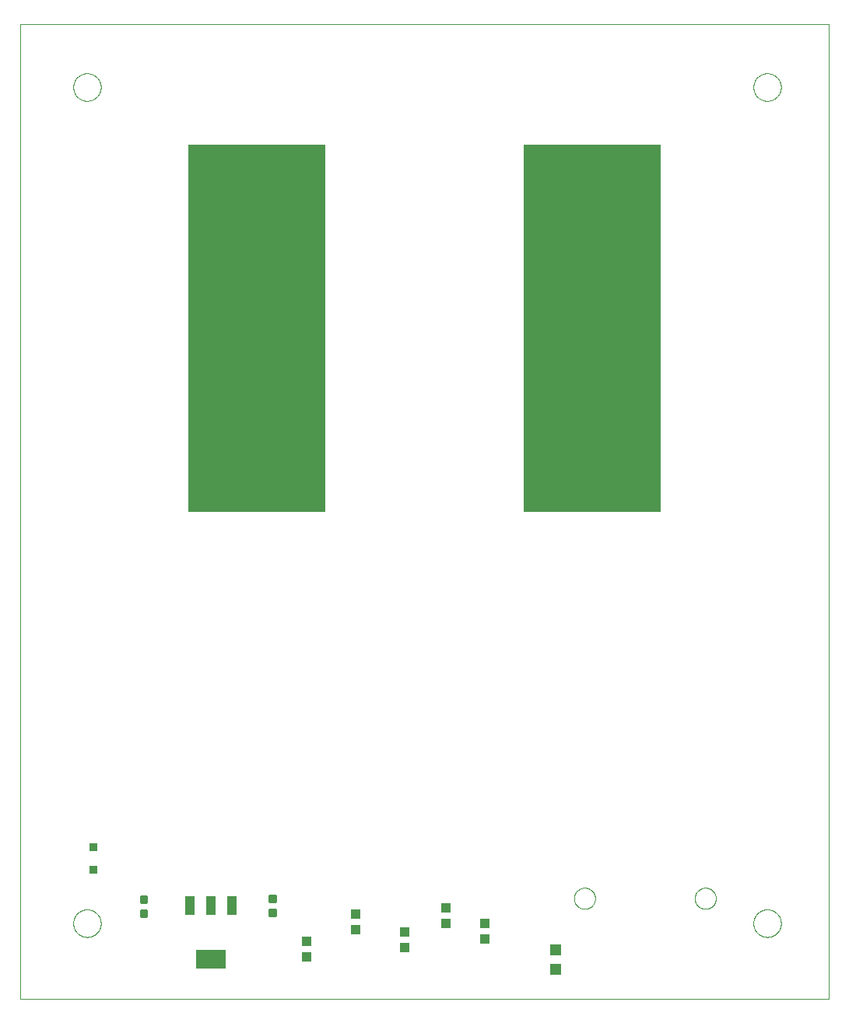
<source format=gtp>
G04 EAGLE Gerber RS-274X export*
G75*
%MOMM*%
%FSLAX34Y34*%
%LPD*%
%INSolder paste top*%
%IPPOS*%
%AMOC8*
5,1,8,0,0,1.08239X$1,22.5*%
G01*
%ADD10C,0.001000*%
%ADD11R,1.100000X1.000000*%
%ADD12C,0.000000*%
%ADD13R,0.900000X0.900000*%
%ADD14C,0.222250*%
%ADD15R,15.000000X40.000000*%
%ADD16R,1.200000X1.200000*%
%ADD17R,1.000000X2.150000*%
%ADD18R,3.250000X2.150000*%


D10*
X12286Y7998D02*
X892286Y7998D01*
X892286Y1068368D01*
X12286Y1068368D01*
X12286Y7998D01*
D11*
X518100Y90250D03*
X518100Y73250D03*
X377375Y100250D03*
X377375Y83250D03*
X430950Y80250D03*
X430950Y63250D03*
X323800Y53250D03*
X323800Y70250D03*
X475475Y106750D03*
X475475Y89750D03*
D12*
X614800Y117099D02*
X614803Y117381D01*
X614814Y117663D01*
X614831Y117945D01*
X614855Y118226D01*
X614886Y118507D01*
X614924Y118786D01*
X614969Y119065D01*
X615021Y119343D01*
X615079Y119619D01*
X615145Y119893D01*
X615217Y120166D01*
X615295Y120437D01*
X615380Y120706D01*
X615472Y120973D01*
X615571Y121238D01*
X615675Y121500D01*
X615787Y121759D01*
X615904Y122016D01*
X616028Y122270D01*
X616158Y122520D01*
X616294Y122767D01*
X616436Y123011D01*
X616584Y123251D01*
X616738Y123488D01*
X616898Y123721D01*
X617063Y123950D01*
X617234Y124174D01*
X617410Y124395D01*
X617592Y124610D01*
X617779Y124822D01*
X617971Y125029D01*
X618168Y125231D01*
X618370Y125428D01*
X618577Y125620D01*
X618789Y125807D01*
X619004Y125989D01*
X619225Y126165D01*
X619449Y126336D01*
X619678Y126501D01*
X619911Y126661D01*
X620148Y126815D01*
X620388Y126963D01*
X620632Y127105D01*
X620879Y127241D01*
X621129Y127371D01*
X621383Y127495D01*
X621640Y127612D01*
X621899Y127724D01*
X622161Y127828D01*
X622426Y127927D01*
X622693Y128019D01*
X622962Y128104D01*
X623233Y128182D01*
X623506Y128254D01*
X623780Y128320D01*
X624056Y128378D01*
X624334Y128430D01*
X624613Y128475D01*
X624892Y128513D01*
X625173Y128544D01*
X625454Y128568D01*
X625736Y128585D01*
X626018Y128596D01*
X626300Y128599D01*
X626582Y128596D01*
X626864Y128585D01*
X627146Y128568D01*
X627427Y128544D01*
X627708Y128513D01*
X627987Y128475D01*
X628266Y128430D01*
X628544Y128378D01*
X628820Y128320D01*
X629094Y128254D01*
X629367Y128182D01*
X629638Y128104D01*
X629907Y128019D01*
X630174Y127927D01*
X630439Y127828D01*
X630701Y127724D01*
X630960Y127612D01*
X631217Y127495D01*
X631471Y127371D01*
X631721Y127241D01*
X631968Y127105D01*
X632212Y126963D01*
X632452Y126815D01*
X632689Y126661D01*
X632922Y126501D01*
X633151Y126336D01*
X633375Y126165D01*
X633596Y125989D01*
X633811Y125807D01*
X634023Y125620D01*
X634230Y125428D01*
X634432Y125231D01*
X634629Y125029D01*
X634821Y124822D01*
X635008Y124610D01*
X635190Y124395D01*
X635366Y124174D01*
X635537Y123950D01*
X635702Y123721D01*
X635862Y123488D01*
X636016Y123251D01*
X636164Y123011D01*
X636306Y122767D01*
X636442Y122520D01*
X636572Y122270D01*
X636696Y122016D01*
X636813Y121759D01*
X636925Y121500D01*
X637029Y121238D01*
X637128Y120973D01*
X637220Y120706D01*
X637305Y120437D01*
X637383Y120166D01*
X637455Y119893D01*
X637521Y119619D01*
X637579Y119343D01*
X637631Y119065D01*
X637676Y118786D01*
X637714Y118507D01*
X637745Y118226D01*
X637769Y117945D01*
X637786Y117663D01*
X637797Y117381D01*
X637800Y117099D01*
X637797Y116817D01*
X637786Y116535D01*
X637769Y116253D01*
X637745Y115972D01*
X637714Y115691D01*
X637676Y115412D01*
X637631Y115133D01*
X637579Y114855D01*
X637521Y114579D01*
X637455Y114305D01*
X637383Y114032D01*
X637305Y113761D01*
X637220Y113492D01*
X637128Y113225D01*
X637029Y112960D01*
X636925Y112698D01*
X636813Y112439D01*
X636696Y112182D01*
X636572Y111928D01*
X636442Y111678D01*
X636306Y111431D01*
X636164Y111187D01*
X636016Y110947D01*
X635862Y110710D01*
X635702Y110477D01*
X635537Y110248D01*
X635366Y110024D01*
X635190Y109803D01*
X635008Y109588D01*
X634821Y109376D01*
X634629Y109169D01*
X634432Y108967D01*
X634230Y108770D01*
X634023Y108578D01*
X633811Y108391D01*
X633596Y108209D01*
X633375Y108033D01*
X633151Y107862D01*
X632922Y107697D01*
X632689Y107537D01*
X632452Y107383D01*
X632212Y107235D01*
X631968Y107093D01*
X631721Y106957D01*
X631471Y106827D01*
X631217Y106703D01*
X630960Y106586D01*
X630701Y106474D01*
X630439Y106370D01*
X630174Y106271D01*
X629907Y106179D01*
X629638Y106094D01*
X629367Y106016D01*
X629094Y105944D01*
X628820Y105878D01*
X628544Y105820D01*
X628266Y105768D01*
X627987Y105723D01*
X627708Y105685D01*
X627427Y105654D01*
X627146Y105630D01*
X626864Y105613D01*
X626582Y105602D01*
X626300Y105599D01*
X626018Y105602D01*
X625736Y105613D01*
X625454Y105630D01*
X625173Y105654D01*
X624892Y105685D01*
X624613Y105723D01*
X624334Y105768D01*
X624056Y105820D01*
X623780Y105878D01*
X623506Y105944D01*
X623233Y106016D01*
X622962Y106094D01*
X622693Y106179D01*
X622426Y106271D01*
X622161Y106370D01*
X621899Y106474D01*
X621640Y106586D01*
X621383Y106703D01*
X621129Y106827D01*
X620879Y106957D01*
X620632Y107093D01*
X620388Y107235D01*
X620148Y107383D01*
X619911Y107537D01*
X619678Y107697D01*
X619449Y107862D01*
X619225Y108033D01*
X619004Y108209D01*
X618789Y108391D01*
X618577Y108578D01*
X618370Y108770D01*
X618168Y108967D01*
X617971Y109169D01*
X617779Y109376D01*
X617592Y109588D01*
X617410Y109803D01*
X617234Y110024D01*
X617063Y110248D01*
X616898Y110477D01*
X616738Y110710D01*
X616584Y110947D01*
X616436Y111187D01*
X616294Y111431D01*
X616158Y111678D01*
X616028Y111928D01*
X615904Y112182D01*
X615787Y112439D01*
X615675Y112698D01*
X615571Y112960D01*
X615472Y113225D01*
X615380Y113492D01*
X615295Y113761D01*
X615217Y114032D01*
X615145Y114305D01*
X615079Y114579D01*
X615021Y114855D01*
X614969Y115133D01*
X614924Y115412D01*
X614886Y115691D01*
X614855Y115972D01*
X614831Y116253D01*
X614814Y116535D01*
X614803Y116817D01*
X614800Y117099D01*
X746200Y117099D02*
X746203Y117381D01*
X746214Y117663D01*
X746231Y117945D01*
X746255Y118226D01*
X746286Y118507D01*
X746324Y118786D01*
X746369Y119065D01*
X746421Y119343D01*
X746479Y119619D01*
X746545Y119893D01*
X746617Y120166D01*
X746695Y120437D01*
X746780Y120706D01*
X746872Y120973D01*
X746971Y121238D01*
X747075Y121500D01*
X747187Y121759D01*
X747304Y122016D01*
X747428Y122270D01*
X747558Y122520D01*
X747694Y122767D01*
X747836Y123011D01*
X747984Y123251D01*
X748138Y123488D01*
X748298Y123721D01*
X748463Y123950D01*
X748634Y124174D01*
X748810Y124395D01*
X748992Y124610D01*
X749179Y124822D01*
X749371Y125029D01*
X749568Y125231D01*
X749770Y125428D01*
X749977Y125620D01*
X750189Y125807D01*
X750404Y125989D01*
X750625Y126165D01*
X750849Y126336D01*
X751078Y126501D01*
X751311Y126661D01*
X751548Y126815D01*
X751788Y126963D01*
X752032Y127105D01*
X752279Y127241D01*
X752529Y127371D01*
X752783Y127495D01*
X753040Y127612D01*
X753299Y127724D01*
X753561Y127828D01*
X753826Y127927D01*
X754093Y128019D01*
X754362Y128104D01*
X754633Y128182D01*
X754906Y128254D01*
X755180Y128320D01*
X755456Y128378D01*
X755734Y128430D01*
X756013Y128475D01*
X756292Y128513D01*
X756573Y128544D01*
X756854Y128568D01*
X757136Y128585D01*
X757418Y128596D01*
X757700Y128599D01*
X757982Y128596D01*
X758264Y128585D01*
X758546Y128568D01*
X758827Y128544D01*
X759108Y128513D01*
X759387Y128475D01*
X759666Y128430D01*
X759944Y128378D01*
X760220Y128320D01*
X760494Y128254D01*
X760767Y128182D01*
X761038Y128104D01*
X761307Y128019D01*
X761574Y127927D01*
X761839Y127828D01*
X762101Y127724D01*
X762360Y127612D01*
X762617Y127495D01*
X762871Y127371D01*
X763121Y127241D01*
X763368Y127105D01*
X763612Y126963D01*
X763852Y126815D01*
X764089Y126661D01*
X764322Y126501D01*
X764551Y126336D01*
X764775Y126165D01*
X764996Y125989D01*
X765211Y125807D01*
X765423Y125620D01*
X765630Y125428D01*
X765832Y125231D01*
X766029Y125029D01*
X766221Y124822D01*
X766408Y124610D01*
X766590Y124395D01*
X766766Y124174D01*
X766937Y123950D01*
X767102Y123721D01*
X767262Y123488D01*
X767416Y123251D01*
X767564Y123011D01*
X767706Y122767D01*
X767842Y122520D01*
X767972Y122270D01*
X768096Y122016D01*
X768213Y121759D01*
X768325Y121500D01*
X768429Y121238D01*
X768528Y120973D01*
X768620Y120706D01*
X768705Y120437D01*
X768783Y120166D01*
X768855Y119893D01*
X768921Y119619D01*
X768979Y119343D01*
X769031Y119065D01*
X769076Y118786D01*
X769114Y118507D01*
X769145Y118226D01*
X769169Y117945D01*
X769186Y117663D01*
X769197Y117381D01*
X769200Y117099D01*
X769197Y116817D01*
X769186Y116535D01*
X769169Y116253D01*
X769145Y115972D01*
X769114Y115691D01*
X769076Y115412D01*
X769031Y115133D01*
X768979Y114855D01*
X768921Y114579D01*
X768855Y114305D01*
X768783Y114032D01*
X768705Y113761D01*
X768620Y113492D01*
X768528Y113225D01*
X768429Y112960D01*
X768325Y112698D01*
X768213Y112439D01*
X768096Y112182D01*
X767972Y111928D01*
X767842Y111678D01*
X767706Y111431D01*
X767564Y111187D01*
X767416Y110947D01*
X767262Y110710D01*
X767102Y110477D01*
X766937Y110248D01*
X766766Y110024D01*
X766590Y109803D01*
X766408Y109588D01*
X766221Y109376D01*
X766029Y109169D01*
X765832Y108967D01*
X765630Y108770D01*
X765423Y108578D01*
X765211Y108391D01*
X764996Y108209D01*
X764775Y108033D01*
X764551Y107862D01*
X764322Y107697D01*
X764089Y107537D01*
X763852Y107383D01*
X763612Y107235D01*
X763368Y107093D01*
X763121Y106957D01*
X762871Y106827D01*
X762617Y106703D01*
X762360Y106586D01*
X762101Y106474D01*
X761839Y106370D01*
X761574Y106271D01*
X761307Y106179D01*
X761038Y106094D01*
X760767Y106016D01*
X760494Y105944D01*
X760220Y105878D01*
X759944Y105820D01*
X759666Y105768D01*
X759387Y105723D01*
X759108Y105685D01*
X758827Y105654D01*
X758546Y105630D01*
X758264Y105613D01*
X757982Y105602D01*
X757700Y105599D01*
X757418Y105602D01*
X757136Y105613D01*
X756854Y105630D01*
X756573Y105654D01*
X756292Y105685D01*
X756013Y105723D01*
X755734Y105768D01*
X755456Y105820D01*
X755180Y105878D01*
X754906Y105944D01*
X754633Y106016D01*
X754362Y106094D01*
X754093Y106179D01*
X753826Y106271D01*
X753561Y106370D01*
X753299Y106474D01*
X753040Y106586D01*
X752783Y106703D01*
X752529Y106827D01*
X752279Y106957D01*
X752032Y107093D01*
X751788Y107235D01*
X751548Y107383D01*
X751311Y107537D01*
X751078Y107697D01*
X750849Y107862D01*
X750625Y108033D01*
X750404Y108209D01*
X750189Y108391D01*
X749977Y108578D01*
X749770Y108770D01*
X749568Y108967D01*
X749371Y109169D01*
X749179Y109376D01*
X748992Y109588D01*
X748810Y109803D01*
X748634Y110024D01*
X748463Y110248D01*
X748298Y110477D01*
X748138Y110710D01*
X747984Y110947D01*
X747836Y111187D01*
X747694Y111431D01*
X747558Y111678D01*
X747428Y111928D01*
X747304Y112182D01*
X747187Y112439D01*
X747075Y112698D01*
X746971Y112960D01*
X746872Y113225D01*
X746780Y113492D01*
X746695Y113761D01*
X746617Y114032D01*
X746545Y114305D01*
X746479Y114579D01*
X746421Y114855D01*
X746369Y115133D01*
X746324Y115412D01*
X746286Y115691D01*
X746255Y115972D01*
X746231Y116253D01*
X746214Y116535D01*
X746203Y116817D01*
X746200Y117099D01*
D13*
X91900Y148690D03*
X91900Y172690D03*
D14*
X283166Y120154D02*
X283166Y113486D01*
X283166Y120154D02*
X289834Y120154D01*
X289834Y113486D01*
X283166Y113486D01*
X283166Y115598D02*
X289834Y115598D01*
X289834Y117710D02*
X283166Y117710D01*
X283166Y119822D02*
X289834Y119822D01*
X283166Y104914D02*
X283166Y98246D01*
X283166Y104914D02*
X289834Y104914D01*
X289834Y98246D01*
X283166Y98246D01*
X283166Y100358D02*
X289834Y100358D01*
X289834Y102470D02*
X283166Y102470D01*
X283166Y104582D02*
X289834Y104582D01*
X143166Y112686D02*
X143166Y119354D01*
X149834Y119354D01*
X149834Y112686D01*
X143166Y112686D01*
X143166Y114798D02*
X149834Y114798D01*
X149834Y116910D02*
X143166Y116910D01*
X143166Y119022D02*
X149834Y119022D01*
X143166Y104114D02*
X143166Y97446D01*
X143166Y104114D02*
X149834Y104114D01*
X149834Y97446D01*
X143166Y97446D01*
X143166Y99558D02*
X149834Y99558D01*
X149834Y101670D02*
X143166Y101670D01*
X143166Y103782D02*
X149834Y103782D01*
D15*
X269400Y737400D03*
X635000Y737400D03*
D16*
X595000Y60800D03*
X595000Y39800D03*
D17*
X243000Y109000D03*
X220000Y109000D03*
X197000Y109000D03*
D18*
X220000Y51000D03*
D12*
X70000Y90000D02*
X70005Y90368D01*
X70018Y90736D01*
X70041Y91103D01*
X70072Y91470D01*
X70113Y91836D01*
X70162Y92201D01*
X70221Y92564D01*
X70288Y92926D01*
X70364Y93287D01*
X70450Y93645D01*
X70543Y94001D01*
X70646Y94354D01*
X70757Y94705D01*
X70877Y95053D01*
X71005Y95398D01*
X71142Y95740D01*
X71287Y96079D01*
X71440Y96413D01*
X71602Y96744D01*
X71771Y97071D01*
X71949Y97393D01*
X72134Y97712D01*
X72327Y98025D01*
X72528Y98334D01*
X72736Y98637D01*
X72952Y98935D01*
X73175Y99228D01*
X73405Y99516D01*
X73642Y99798D01*
X73886Y100073D01*
X74136Y100343D01*
X74393Y100607D01*
X74657Y100864D01*
X74927Y101114D01*
X75202Y101358D01*
X75484Y101595D01*
X75772Y101825D01*
X76065Y102048D01*
X76363Y102264D01*
X76666Y102472D01*
X76975Y102673D01*
X77288Y102866D01*
X77607Y103051D01*
X77929Y103229D01*
X78256Y103398D01*
X78587Y103560D01*
X78921Y103713D01*
X79260Y103858D01*
X79602Y103995D01*
X79947Y104123D01*
X80295Y104243D01*
X80646Y104354D01*
X80999Y104457D01*
X81355Y104550D01*
X81713Y104636D01*
X82074Y104712D01*
X82436Y104779D01*
X82799Y104838D01*
X83164Y104887D01*
X83530Y104928D01*
X83897Y104959D01*
X84264Y104982D01*
X84632Y104995D01*
X85000Y105000D01*
X85368Y104995D01*
X85736Y104982D01*
X86103Y104959D01*
X86470Y104928D01*
X86836Y104887D01*
X87201Y104838D01*
X87564Y104779D01*
X87926Y104712D01*
X88287Y104636D01*
X88645Y104550D01*
X89001Y104457D01*
X89354Y104354D01*
X89705Y104243D01*
X90053Y104123D01*
X90398Y103995D01*
X90740Y103858D01*
X91079Y103713D01*
X91413Y103560D01*
X91744Y103398D01*
X92071Y103229D01*
X92393Y103051D01*
X92712Y102866D01*
X93025Y102673D01*
X93334Y102472D01*
X93637Y102264D01*
X93935Y102048D01*
X94228Y101825D01*
X94516Y101595D01*
X94798Y101358D01*
X95073Y101114D01*
X95343Y100864D01*
X95607Y100607D01*
X95864Y100343D01*
X96114Y100073D01*
X96358Y99798D01*
X96595Y99516D01*
X96825Y99228D01*
X97048Y98935D01*
X97264Y98637D01*
X97472Y98334D01*
X97673Y98025D01*
X97866Y97712D01*
X98051Y97393D01*
X98229Y97071D01*
X98398Y96744D01*
X98560Y96413D01*
X98713Y96079D01*
X98858Y95740D01*
X98995Y95398D01*
X99123Y95053D01*
X99243Y94705D01*
X99354Y94354D01*
X99457Y94001D01*
X99550Y93645D01*
X99636Y93287D01*
X99712Y92926D01*
X99779Y92564D01*
X99838Y92201D01*
X99887Y91836D01*
X99928Y91470D01*
X99959Y91103D01*
X99982Y90736D01*
X99995Y90368D01*
X100000Y90000D01*
X99995Y89632D01*
X99982Y89264D01*
X99959Y88897D01*
X99928Y88530D01*
X99887Y88164D01*
X99838Y87799D01*
X99779Y87436D01*
X99712Y87074D01*
X99636Y86713D01*
X99550Y86355D01*
X99457Y85999D01*
X99354Y85646D01*
X99243Y85295D01*
X99123Y84947D01*
X98995Y84602D01*
X98858Y84260D01*
X98713Y83921D01*
X98560Y83587D01*
X98398Y83256D01*
X98229Y82929D01*
X98051Y82607D01*
X97866Y82288D01*
X97673Y81975D01*
X97472Y81666D01*
X97264Y81363D01*
X97048Y81065D01*
X96825Y80772D01*
X96595Y80484D01*
X96358Y80202D01*
X96114Y79927D01*
X95864Y79657D01*
X95607Y79393D01*
X95343Y79136D01*
X95073Y78886D01*
X94798Y78642D01*
X94516Y78405D01*
X94228Y78175D01*
X93935Y77952D01*
X93637Y77736D01*
X93334Y77528D01*
X93025Y77327D01*
X92712Y77134D01*
X92393Y76949D01*
X92071Y76771D01*
X91744Y76602D01*
X91413Y76440D01*
X91079Y76287D01*
X90740Y76142D01*
X90398Y76005D01*
X90053Y75877D01*
X89705Y75757D01*
X89354Y75646D01*
X89001Y75543D01*
X88645Y75450D01*
X88287Y75364D01*
X87926Y75288D01*
X87564Y75221D01*
X87201Y75162D01*
X86836Y75113D01*
X86470Y75072D01*
X86103Y75041D01*
X85736Y75018D01*
X85368Y75005D01*
X85000Y75000D01*
X84632Y75005D01*
X84264Y75018D01*
X83897Y75041D01*
X83530Y75072D01*
X83164Y75113D01*
X82799Y75162D01*
X82436Y75221D01*
X82074Y75288D01*
X81713Y75364D01*
X81355Y75450D01*
X80999Y75543D01*
X80646Y75646D01*
X80295Y75757D01*
X79947Y75877D01*
X79602Y76005D01*
X79260Y76142D01*
X78921Y76287D01*
X78587Y76440D01*
X78256Y76602D01*
X77929Y76771D01*
X77607Y76949D01*
X77288Y77134D01*
X76975Y77327D01*
X76666Y77528D01*
X76363Y77736D01*
X76065Y77952D01*
X75772Y78175D01*
X75484Y78405D01*
X75202Y78642D01*
X74927Y78886D01*
X74657Y79136D01*
X74393Y79393D01*
X74136Y79657D01*
X73886Y79927D01*
X73642Y80202D01*
X73405Y80484D01*
X73175Y80772D01*
X72952Y81065D01*
X72736Y81363D01*
X72528Y81666D01*
X72327Y81975D01*
X72134Y82288D01*
X71949Y82607D01*
X71771Y82929D01*
X71602Y83256D01*
X71440Y83587D01*
X71287Y83921D01*
X71142Y84260D01*
X71005Y84602D01*
X70877Y84947D01*
X70757Y85295D01*
X70646Y85646D01*
X70543Y85999D01*
X70450Y86355D01*
X70364Y86713D01*
X70288Y87074D01*
X70221Y87436D01*
X70162Y87799D01*
X70113Y88164D01*
X70072Y88530D01*
X70041Y88897D01*
X70018Y89264D01*
X70005Y89632D01*
X70000Y90000D01*
X810000Y90000D02*
X810005Y90368D01*
X810018Y90736D01*
X810041Y91103D01*
X810072Y91470D01*
X810113Y91836D01*
X810162Y92201D01*
X810221Y92564D01*
X810288Y92926D01*
X810364Y93287D01*
X810450Y93645D01*
X810543Y94001D01*
X810646Y94354D01*
X810757Y94705D01*
X810877Y95053D01*
X811005Y95398D01*
X811142Y95740D01*
X811287Y96079D01*
X811440Y96413D01*
X811602Y96744D01*
X811771Y97071D01*
X811949Y97393D01*
X812134Y97712D01*
X812327Y98025D01*
X812528Y98334D01*
X812736Y98637D01*
X812952Y98935D01*
X813175Y99228D01*
X813405Y99516D01*
X813642Y99798D01*
X813886Y100073D01*
X814136Y100343D01*
X814393Y100607D01*
X814657Y100864D01*
X814927Y101114D01*
X815202Y101358D01*
X815484Y101595D01*
X815772Y101825D01*
X816065Y102048D01*
X816363Y102264D01*
X816666Y102472D01*
X816975Y102673D01*
X817288Y102866D01*
X817607Y103051D01*
X817929Y103229D01*
X818256Y103398D01*
X818587Y103560D01*
X818921Y103713D01*
X819260Y103858D01*
X819602Y103995D01*
X819947Y104123D01*
X820295Y104243D01*
X820646Y104354D01*
X820999Y104457D01*
X821355Y104550D01*
X821713Y104636D01*
X822074Y104712D01*
X822436Y104779D01*
X822799Y104838D01*
X823164Y104887D01*
X823530Y104928D01*
X823897Y104959D01*
X824264Y104982D01*
X824632Y104995D01*
X825000Y105000D01*
X825368Y104995D01*
X825736Y104982D01*
X826103Y104959D01*
X826470Y104928D01*
X826836Y104887D01*
X827201Y104838D01*
X827564Y104779D01*
X827926Y104712D01*
X828287Y104636D01*
X828645Y104550D01*
X829001Y104457D01*
X829354Y104354D01*
X829705Y104243D01*
X830053Y104123D01*
X830398Y103995D01*
X830740Y103858D01*
X831079Y103713D01*
X831413Y103560D01*
X831744Y103398D01*
X832071Y103229D01*
X832393Y103051D01*
X832712Y102866D01*
X833025Y102673D01*
X833334Y102472D01*
X833637Y102264D01*
X833935Y102048D01*
X834228Y101825D01*
X834516Y101595D01*
X834798Y101358D01*
X835073Y101114D01*
X835343Y100864D01*
X835607Y100607D01*
X835864Y100343D01*
X836114Y100073D01*
X836358Y99798D01*
X836595Y99516D01*
X836825Y99228D01*
X837048Y98935D01*
X837264Y98637D01*
X837472Y98334D01*
X837673Y98025D01*
X837866Y97712D01*
X838051Y97393D01*
X838229Y97071D01*
X838398Y96744D01*
X838560Y96413D01*
X838713Y96079D01*
X838858Y95740D01*
X838995Y95398D01*
X839123Y95053D01*
X839243Y94705D01*
X839354Y94354D01*
X839457Y94001D01*
X839550Y93645D01*
X839636Y93287D01*
X839712Y92926D01*
X839779Y92564D01*
X839838Y92201D01*
X839887Y91836D01*
X839928Y91470D01*
X839959Y91103D01*
X839982Y90736D01*
X839995Y90368D01*
X840000Y90000D01*
X839995Y89632D01*
X839982Y89264D01*
X839959Y88897D01*
X839928Y88530D01*
X839887Y88164D01*
X839838Y87799D01*
X839779Y87436D01*
X839712Y87074D01*
X839636Y86713D01*
X839550Y86355D01*
X839457Y85999D01*
X839354Y85646D01*
X839243Y85295D01*
X839123Y84947D01*
X838995Y84602D01*
X838858Y84260D01*
X838713Y83921D01*
X838560Y83587D01*
X838398Y83256D01*
X838229Y82929D01*
X838051Y82607D01*
X837866Y82288D01*
X837673Y81975D01*
X837472Y81666D01*
X837264Y81363D01*
X837048Y81065D01*
X836825Y80772D01*
X836595Y80484D01*
X836358Y80202D01*
X836114Y79927D01*
X835864Y79657D01*
X835607Y79393D01*
X835343Y79136D01*
X835073Y78886D01*
X834798Y78642D01*
X834516Y78405D01*
X834228Y78175D01*
X833935Y77952D01*
X833637Y77736D01*
X833334Y77528D01*
X833025Y77327D01*
X832712Y77134D01*
X832393Y76949D01*
X832071Y76771D01*
X831744Y76602D01*
X831413Y76440D01*
X831079Y76287D01*
X830740Y76142D01*
X830398Y76005D01*
X830053Y75877D01*
X829705Y75757D01*
X829354Y75646D01*
X829001Y75543D01*
X828645Y75450D01*
X828287Y75364D01*
X827926Y75288D01*
X827564Y75221D01*
X827201Y75162D01*
X826836Y75113D01*
X826470Y75072D01*
X826103Y75041D01*
X825736Y75018D01*
X825368Y75005D01*
X825000Y75000D01*
X824632Y75005D01*
X824264Y75018D01*
X823897Y75041D01*
X823530Y75072D01*
X823164Y75113D01*
X822799Y75162D01*
X822436Y75221D01*
X822074Y75288D01*
X821713Y75364D01*
X821355Y75450D01*
X820999Y75543D01*
X820646Y75646D01*
X820295Y75757D01*
X819947Y75877D01*
X819602Y76005D01*
X819260Y76142D01*
X818921Y76287D01*
X818587Y76440D01*
X818256Y76602D01*
X817929Y76771D01*
X817607Y76949D01*
X817288Y77134D01*
X816975Y77327D01*
X816666Y77528D01*
X816363Y77736D01*
X816065Y77952D01*
X815772Y78175D01*
X815484Y78405D01*
X815202Y78642D01*
X814927Y78886D01*
X814657Y79136D01*
X814393Y79393D01*
X814136Y79657D01*
X813886Y79927D01*
X813642Y80202D01*
X813405Y80484D01*
X813175Y80772D01*
X812952Y81065D01*
X812736Y81363D01*
X812528Y81666D01*
X812327Y81975D01*
X812134Y82288D01*
X811949Y82607D01*
X811771Y82929D01*
X811602Y83256D01*
X811440Y83587D01*
X811287Y83921D01*
X811142Y84260D01*
X811005Y84602D01*
X810877Y84947D01*
X810757Y85295D01*
X810646Y85646D01*
X810543Y85999D01*
X810450Y86355D01*
X810364Y86713D01*
X810288Y87074D01*
X810221Y87436D01*
X810162Y87799D01*
X810113Y88164D01*
X810072Y88530D01*
X810041Y88897D01*
X810018Y89264D01*
X810005Y89632D01*
X810000Y90000D01*
X810000Y1000000D02*
X810005Y1000368D01*
X810018Y1000736D01*
X810041Y1001103D01*
X810072Y1001470D01*
X810113Y1001836D01*
X810162Y1002201D01*
X810221Y1002564D01*
X810288Y1002926D01*
X810364Y1003287D01*
X810450Y1003645D01*
X810543Y1004001D01*
X810646Y1004354D01*
X810757Y1004705D01*
X810877Y1005053D01*
X811005Y1005398D01*
X811142Y1005740D01*
X811287Y1006079D01*
X811440Y1006413D01*
X811602Y1006744D01*
X811771Y1007071D01*
X811949Y1007393D01*
X812134Y1007712D01*
X812327Y1008025D01*
X812528Y1008334D01*
X812736Y1008637D01*
X812952Y1008935D01*
X813175Y1009228D01*
X813405Y1009516D01*
X813642Y1009798D01*
X813886Y1010073D01*
X814136Y1010343D01*
X814393Y1010607D01*
X814657Y1010864D01*
X814927Y1011114D01*
X815202Y1011358D01*
X815484Y1011595D01*
X815772Y1011825D01*
X816065Y1012048D01*
X816363Y1012264D01*
X816666Y1012472D01*
X816975Y1012673D01*
X817288Y1012866D01*
X817607Y1013051D01*
X817929Y1013229D01*
X818256Y1013398D01*
X818587Y1013560D01*
X818921Y1013713D01*
X819260Y1013858D01*
X819602Y1013995D01*
X819947Y1014123D01*
X820295Y1014243D01*
X820646Y1014354D01*
X820999Y1014457D01*
X821355Y1014550D01*
X821713Y1014636D01*
X822074Y1014712D01*
X822436Y1014779D01*
X822799Y1014838D01*
X823164Y1014887D01*
X823530Y1014928D01*
X823897Y1014959D01*
X824264Y1014982D01*
X824632Y1014995D01*
X825000Y1015000D01*
X825368Y1014995D01*
X825736Y1014982D01*
X826103Y1014959D01*
X826470Y1014928D01*
X826836Y1014887D01*
X827201Y1014838D01*
X827564Y1014779D01*
X827926Y1014712D01*
X828287Y1014636D01*
X828645Y1014550D01*
X829001Y1014457D01*
X829354Y1014354D01*
X829705Y1014243D01*
X830053Y1014123D01*
X830398Y1013995D01*
X830740Y1013858D01*
X831079Y1013713D01*
X831413Y1013560D01*
X831744Y1013398D01*
X832071Y1013229D01*
X832393Y1013051D01*
X832712Y1012866D01*
X833025Y1012673D01*
X833334Y1012472D01*
X833637Y1012264D01*
X833935Y1012048D01*
X834228Y1011825D01*
X834516Y1011595D01*
X834798Y1011358D01*
X835073Y1011114D01*
X835343Y1010864D01*
X835607Y1010607D01*
X835864Y1010343D01*
X836114Y1010073D01*
X836358Y1009798D01*
X836595Y1009516D01*
X836825Y1009228D01*
X837048Y1008935D01*
X837264Y1008637D01*
X837472Y1008334D01*
X837673Y1008025D01*
X837866Y1007712D01*
X838051Y1007393D01*
X838229Y1007071D01*
X838398Y1006744D01*
X838560Y1006413D01*
X838713Y1006079D01*
X838858Y1005740D01*
X838995Y1005398D01*
X839123Y1005053D01*
X839243Y1004705D01*
X839354Y1004354D01*
X839457Y1004001D01*
X839550Y1003645D01*
X839636Y1003287D01*
X839712Y1002926D01*
X839779Y1002564D01*
X839838Y1002201D01*
X839887Y1001836D01*
X839928Y1001470D01*
X839959Y1001103D01*
X839982Y1000736D01*
X839995Y1000368D01*
X840000Y1000000D01*
X839995Y999632D01*
X839982Y999264D01*
X839959Y998897D01*
X839928Y998530D01*
X839887Y998164D01*
X839838Y997799D01*
X839779Y997436D01*
X839712Y997074D01*
X839636Y996713D01*
X839550Y996355D01*
X839457Y995999D01*
X839354Y995646D01*
X839243Y995295D01*
X839123Y994947D01*
X838995Y994602D01*
X838858Y994260D01*
X838713Y993921D01*
X838560Y993587D01*
X838398Y993256D01*
X838229Y992929D01*
X838051Y992607D01*
X837866Y992288D01*
X837673Y991975D01*
X837472Y991666D01*
X837264Y991363D01*
X837048Y991065D01*
X836825Y990772D01*
X836595Y990484D01*
X836358Y990202D01*
X836114Y989927D01*
X835864Y989657D01*
X835607Y989393D01*
X835343Y989136D01*
X835073Y988886D01*
X834798Y988642D01*
X834516Y988405D01*
X834228Y988175D01*
X833935Y987952D01*
X833637Y987736D01*
X833334Y987528D01*
X833025Y987327D01*
X832712Y987134D01*
X832393Y986949D01*
X832071Y986771D01*
X831744Y986602D01*
X831413Y986440D01*
X831079Y986287D01*
X830740Y986142D01*
X830398Y986005D01*
X830053Y985877D01*
X829705Y985757D01*
X829354Y985646D01*
X829001Y985543D01*
X828645Y985450D01*
X828287Y985364D01*
X827926Y985288D01*
X827564Y985221D01*
X827201Y985162D01*
X826836Y985113D01*
X826470Y985072D01*
X826103Y985041D01*
X825736Y985018D01*
X825368Y985005D01*
X825000Y985000D01*
X824632Y985005D01*
X824264Y985018D01*
X823897Y985041D01*
X823530Y985072D01*
X823164Y985113D01*
X822799Y985162D01*
X822436Y985221D01*
X822074Y985288D01*
X821713Y985364D01*
X821355Y985450D01*
X820999Y985543D01*
X820646Y985646D01*
X820295Y985757D01*
X819947Y985877D01*
X819602Y986005D01*
X819260Y986142D01*
X818921Y986287D01*
X818587Y986440D01*
X818256Y986602D01*
X817929Y986771D01*
X817607Y986949D01*
X817288Y987134D01*
X816975Y987327D01*
X816666Y987528D01*
X816363Y987736D01*
X816065Y987952D01*
X815772Y988175D01*
X815484Y988405D01*
X815202Y988642D01*
X814927Y988886D01*
X814657Y989136D01*
X814393Y989393D01*
X814136Y989657D01*
X813886Y989927D01*
X813642Y990202D01*
X813405Y990484D01*
X813175Y990772D01*
X812952Y991065D01*
X812736Y991363D01*
X812528Y991666D01*
X812327Y991975D01*
X812134Y992288D01*
X811949Y992607D01*
X811771Y992929D01*
X811602Y993256D01*
X811440Y993587D01*
X811287Y993921D01*
X811142Y994260D01*
X811005Y994602D01*
X810877Y994947D01*
X810757Y995295D01*
X810646Y995646D01*
X810543Y995999D01*
X810450Y996355D01*
X810364Y996713D01*
X810288Y997074D01*
X810221Y997436D01*
X810162Y997799D01*
X810113Y998164D01*
X810072Y998530D01*
X810041Y998897D01*
X810018Y999264D01*
X810005Y999632D01*
X810000Y1000000D01*
X70000Y1000000D02*
X70005Y1000368D01*
X70018Y1000736D01*
X70041Y1001103D01*
X70072Y1001470D01*
X70113Y1001836D01*
X70162Y1002201D01*
X70221Y1002564D01*
X70288Y1002926D01*
X70364Y1003287D01*
X70450Y1003645D01*
X70543Y1004001D01*
X70646Y1004354D01*
X70757Y1004705D01*
X70877Y1005053D01*
X71005Y1005398D01*
X71142Y1005740D01*
X71287Y1006079D01*
X71440Y1006413D01*
X71602Y1006744D01*
X71771Y1007071D01*
X71949Y1007393D01*
X72134Y1007712D01*
X72327Y1008025D01*
X72528Y1008334D01*
X72736Y1008637D01*
X72952Y1008935D01*
X73175Y1009228D01*
X73405Y1009516D01*
X73642Y1009798D01*
X73886Y1010073D01*
X74136Y1010343D01*
X74393Y1010607D01*
X74657Y1010864D01*
X74927Y1011114D01*
X75202Y1011358D01*
X75484Y1011595D01*
X75772Y1011825D01*
X76065Y1012048D01*
X76363Y1012264D01*
X76666Y1012472D01*
X76975Y1012673D01*
X77288Y1012866D01*
X77607Y1013051D01*
X77929Y1013229D01*
X78256Y1013398D01*
X78587Y1013560D01*
X78921Y1013713D01*
X79260Y1013858D01*
X79602Y1013995D01*
X79947Y1014123D01*
X80295Y1014243D01*
X80646Y1014354D01*
X80999Y1014457D01*
X81355Y1014550D01*
X81713Y1014636D01*
X82074Y1014712D01*
X82436Y1014779D01*
X82799Y1014838D01*
X83164Y1014887D01*
X83530Y1014928D01*
X83897Y1014959D01*
X84264Y1014982D01*
X84632Y1014995D01*
X85000Y1015000D01*
X85368Y1014995D01*
X85736Y1014982D01*
X86103Y1014959D01*
X86470Y1014928D01*
X86836Y1014887D01*
X87201Y1014838D01*
X87564Y1014779D01*
X87926Y1014712D01*
X88287Y1014636D01*
X88645Y1014550D01*
X89001Y1014457D01*
X89354Y1014354D01*
X89705Y1014243D01*
X90053Y1014123D01*
X90398Y1013995D01*
X90740Y1013858D01*
X91079Y1013713D01*
X91413Y1013560D01*
X91744Y1013398D01*
X92071Y1013229D01*
X92393Y1013051D01*
X92712Y1012866D01*
X93025Y1012673D01*
X93334Y1012472D01*
X93637Y1012264D01*
X93935Y1012048D01*
X94228Y1011825D01*
X94516Y1011595D01*
X94798Y1011358D01*
X95073Y1011114D01*
X95343Y1010864D01*
X95607Y1010607D01*
X95864Y1010343D01*
X96114Y1010073D01*
X96358Y1009798D01*
X96595Y1009516D01*
X96825Y1009228D01*
X97048Y1008935D01*
X97264Y1008637D01*
X97472Y1008334D01*
X97673Y1008025D01*
X97866Y1007712D01*
X98051Y1007393D01*
X98229Y1007071D01*
X98398Y1006744D01*
X98560Y1006413D01*
X98713Y1006079D01*
X98858Y1005740D01*
X98995Y1005398D01*
X99123Y1005053D01*
X99243Y1004705D01*
X99354Y1004354D01*
X99457Y1004001D01*
X99550Y1003645D01*
X99636Y1003287D01*
X99712Y1002926D01*
X99779Y1002564D01*
X99838Y1002201D01*
X99887Y1001836D01*
X99928Y1001470D01*
X99959Y1001103D01*
X99982Y1000736D01*
X99995Y1000368D01*
X100000Y1000000D01*
X99995Y999632D01*
X99982Y999264D01*
X99959Y998897D01*
X99928Y998530D01*
X99887Y998164D01*
X99838Y997799D01*
X99779Y997436D01*
X99712Y997074D01*
X99636Y996713D01*
X99550Y996355D01*
X99457Y995999D01*
X99354Y995646D01*
X99243Y995295D01*
X99123Y994947D01*
X98995Y994602D01*
X98858Y994260D01*
X98713Y993921D01*
X98560Y993587D01*
X98398Y993256D01*
X98229Y992929D01*
X98051Y992607D01*
X97866Y992288D01*
X97673Y991975D01*
X97472Y991666D01*
X97264Y991363D01*
X97048Y991065D01*
X96825Y990772D01*
X96595Y990484D01*
X96358Y990202D01*
X96114Y989927D01*
X95864Y989657D01*
X95607Y989393D01*
X95343Y989136D01*
X95073Y988886D01*
X94798Y988642D01*
X94516Y988405D01*
X94228Y988175D01*
X93935Y987952D01*
X93637Y987736D01*
X93334Y987528D01*
X93025Y987327D01*
X92712Y987134D01*
X92393Y986949D01*
X92071Y986771D01*
X91744Y986602D01*
X91413Y986440D01*
X91079Y986287D01*
X90740Y986142D01*
X90398Y986005D01*
X90053Y985877D01*
X89705Y985757D01*
X89354Y985646D01*
X89001Y985543D01*
X88645Y985450D01*
X88287Y985364D01*
X87926Y985288D01*
X87564Y985221D01*
X87201Y985162D01*
X86836Y985113D01*
X86470Y985072D01*
X86103Y985041D01*
X85736Y985018D01*
X85368Y985005D01*
X85000Y985000D01*
X84632Y985005D01*
X84264Y985018D01*
X83897Y985041D01*
X83530Y985072D01*
X83164Y985113D01*
X82799Y985162D01*
X82436Y985221D01*
X82074Y985288D01*
X81713Y985364D01*
X81355Y985450D01*
X80999Y985543D01*
X80646Y985646D01*
X80295Y985757D01*
X79947Y985877D01*
X79602Y986005D01*
X79260Y986142D01*
X78921Y986287D01*
X78587Y986440D01*
X78256Y986602D01*
X77929Y986771D01*
X77607Y986949D01*
X77288Y987134D01*
X76975Y987327D01*
X76666Y987528D01*
X76363Y987736D01*
X76065Y987952D01*
X75772Y988175D01*
X75484Y988405D01*
X75202Y988642D01*
X74927Y988886D01*
X74657Y989136D01*
X74393Y989393D01*
X74136Y989657D01*
X73886Y989927D01*
X73642Y990202D01*
X73405Y990484D01*
X73175Y990772D01*
X72952Y991065D01*
X72736Y991363D01*
X72528Y991666D01*
X72327Y991975D01*
X72134Y992288D01*
X71949Y992607D01*
X71771Y992929D01*
X71602Y993256D01*
X71440Y993587D01*
X71287Y993921D01*
X71142Y994260D01*
X71005Y994602D01*
X70877Y994947D01*
X70757Y995295D01*
X70646Y995646D01*
X70543Y995999D01*
X70450Y996355D01*
X70364Y996713D01*
X70288Y997074D01*
X70221Y997436D01*
X70162Y997799D01*
X70113Y998164D01*
X70072Y998530D01*
X70041Y998897D01*
X70018Y999264D01*
X70005Y999632D01*
X70000Y1000000D01*
M02*

</source>
